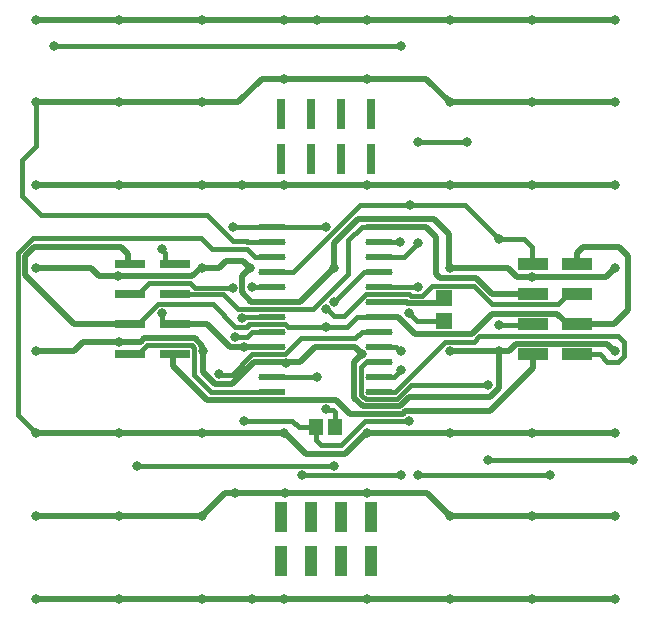
<source format=gbr>
%TF.GenerationSoftware,Altium Limited,Altium Designer,21.6.1 (37)*%
G04 Layer_Physical_Order=2*
G04 Layer_Color=16711680*
%FSLAX43Y43*%
%MOMM*%
%TF.SameCoordinates,0B018110-BEA4-4537-A367-E08E1C829F5E*%
%TF.FilePolarity,Positive*%
%TF.FileFunction,Copper,L2,Bot,Signal*%
%TF.Part,Single*%
G01*
G75*
%TA.AperFunction,Conductor*%
%ADD11C,0.508*%
%ADD12C,0.381*%
%TA.AperFunction,ViaPad*%
%ADD13C,0.800*%
%TA.AperFunction,SMDPad,CuDef*%
%ADD14R,0.800X2.500*%
%ADD15R,2.500X0.800*%
G04:AMPARAMS|DCode=16|XSize=2.298mm|YSize=0.567mm|CornerRadius=0.283mm|HoleSize=0mm|Usage=FLASHONLY|Rotation=0.000|XOffset=0mm|YOffset=0mm|HoleType=Round|Shape=RoundedRectangle|*
%AMROUNDEDRECTD16*
21,1,2.298,0.000,0,0,0.0*
21,1,1.731,0.567,0,0,0.0*
1,1,0.567,0.865,0.000*
1,1,0.567,-0.865,0.000*
1,1,0.567,-0.865,0.000*
1,1,0.567,0.865,0.000*
%
%ADD16ROUNDEDRECTD16*%
%ADD17R,2.298X0.567*%
%ADD18R,1.000X2.500*%
%ADD19R,2.500X1.000*%
%ADD20R,1.300X1.450*%
%ADD21R,1.450X1.350*%
D11*
X17121Y22194D02*
Y24000D01*
Y22194D02*
X18133Y21182D01*
X19604D01*
X12104Y25025D02*
X16427D01*
X17065Y24079D02*
Y24387D01*
X16427Y25025D02*
X17065Y24387D01*
X14444Y23690D02*
X14590Y23544D01*
Y22677D02*
Y23544D01*
Y22677D02*
X17440Y19828D01*
X14296Y23690D02*
X14444D01*
X17440Y19828D02*
X28399D01*
X29588Y18639D01*
X34264Y18846D02*
X41426D01*
X45080Y22500D02*
Y23690D01*
X41426Y18846D02*
X45080Y22500D01*
X19604Y21182D02*
X21477Y23055D01*
X2040Y30408D02*
Y32012D01*
X6218Y26230D02*
X10760D01*
X2040Y30408D02*
X6218Y26230D01*
X16227Y30306D02*
X16921Y31000D01*
X9956Y30306D02*
X16227D01*
X16921Y31000D02*
X17000D01*
X18489D02*
X19110Y31621D01*
X20538D02*
X21145Y31013D01*
X19110Y31621D02*
X20538D01*
X17000Y31000D02*
X18489D01*
X10029Y24759D02*
X11839D01*
X6939D02*
X10029D01*
X11839D02*
X12104Y25025D01*
X10000Y38000D02*
X31000D01*
X21216Y28145D02*
X22962D01*
X20445Y28917D02*
Y30296D01*
Y28917D02*
X21216Y28145D01*
X20445Y30296D02*
X21145Y30997D01*
Y31013D01*
X34558Y20070D02*
X41389D01*
X42172Y20854D01*
Y24000D01*
X29944Y23011D02*
X30623Y23690D01*
X29944Y20010D02*
Y23011D01*
X29988Y24325D02*
X30623Y23690D01*
X25306Y23020D02*
X26611Y24325D01*
X29988D01*
X33785Y19297D02*
X34558Y20070D01*
X42172Y24000D02*
X43069D01*
X38000D02*
X42172D01*
X34057Y18639D02*
X34264Y18846D01*
X29588Y18639D02*
X34057D01*
X30658Y19297D02*
X33785D01*
X29944Y20010D02*
X30658Y19297D01*
X24194Y23020D02*
X25306D01*
X35047Y25421D02*
X39883D01*
X41596Y27134D01*
X47126D01*
X48030Y26230D02*
X48780D01*
X32028Y26865D02*
X33603D01*
X35047Y25421D01*
X47126Y27134D02*
X48030Y26230D01*
X48780D02*
X51884D01*
X34333Y28135D02*
X34466Y28002D01*
X32028Y28135D02*
X34333D01*
X34466Y28002D02*
X37002D01*
X37450Y28450D02*
X37500D01*
X37002Y28002D02*
X37450Y28450D01*
X38000Y17000D02*
X45000D01*
X30921D02*
X38000D01*
X29169Y15248D02*
X30921Y17000D01*
X36838Y30488D02*
Y33635D01*
Y30488D02*
X37176Y30150D01*
X40224D01*
X35988Y34485D02*
X36838Y33635D01*
X36002Y46998D02*
X38000Y45000D01*
X32028Y34485D02*
X35988D01*
X37992Y31008D02*
Y33827D01*
X30273Y35172D02*
X36647D01*
X37992Y33827D01*
Y31008D02*
X38000Y31000D01*
X24006Y23044D02*
X24086Y22964D01*
X22983Y23044D02*
X24006D01*
X24086Y22964D02*
X24165D01*
X22975Y23052D02*
X22983Y23044D01*
X21477Y23055D02*
X22972D01*
X19381Y24325D02*
X20599D01*
X17476Y26230D02*
X19381Y24325D01*
X20599D02*
X22972D01*
X13890Y26230D02*
X17476D01*
X25831Y15248D02*
X29169D01*
X24079Y17000D02*
X25831Y15248D01*
X28240Y31035D02*
Y33140D01*
X30273Y35172D01*
X25379Y28135D02*
X28240Y30996D01*
X22972Y28135D02*
X25379D01*
X38000Y38000D02*
X45000D01*
X52000D01*
X31000D02*
X38000D01*
X40224Y30150D02*
X41604Y28770D01*
X45080D01*
X30994Y47000D02*
X30996Y46998D01*
X23993Y47000D02*
X30994D01*
X22087Y47001D02*
X23991D01*
X30996Y46998D02*
X36002D01*
X23991Y47001D02*
X23993Y47000D01*
X21264Y3000D02*
X24000D01*
X17000D02*
X21264D01*
X19800Y11966D02*
X24038D01*
X18966D02*
X19800D01*
X3000Y31000D02*
X7624D01*
X2802Y32774D02*
X10168D01*
X2040Y32012D02*
X2802Y32774D01*
X22962Y28145D02*
X22972Y28135D01*
X24000Y52000D02*
X31000D01*
X51884Y26230D02*
X53094Y27440D01*
X17000Y17000D02*
X24079D01*
X8318Y30306D02*
X9956D01*
X51921Y24000D02*
X52000D01*
X43069D02*
X43663Y24594D01*
X51327D02*
X51921Y24000D01*
X43663Y24594D02*
X51327D01*
X7624Y31000D02*
X8318Y30306D01*
X20086Y45000D02*
X22087Y47001D01*
X24038Y11946D02*
X30996D01*
X36054D01*
X38000Y10000D01*
X17000D02*
X18966Y11966D01*
X10000Y10000D02*
X17000D01*
X49284Y32774D02*
X52332D01*
X53094Y32012D01*
X48784Y32274D02*
X49284Y32774D01*
X10168D02*
X10755Y32187D01*
Y31315D02*
Y32187D01*
X53094Y27440D02*
Y32012D01*
X48784Y31314D02*
Y32274D01*
X48780Y31310D02*
X48784Y31314D01*
X38000Y45000D02*
X45000D01*
X10000D02*
X17000D01*
X20086D01*
X45135Y30260D02*
X51260D01*
X43670D02*
X45000D01*
X51260D02*
X52000Y31000D01*
X38000D02*
X42930D01*
X3000Y45000D02*
X10000D01*
X3000Y38000D02*
X10000D01*
X6180Y24000D02*
X6939Y24759D01*
X3000Y24000D02*
X6180D01*
X45000Y45000D02*
X52000D01*
X42930Y31000D02*
X43670Y30260D01*
X31000Y52000D02*
X38000D01*
X45000D01*
X17000D02*
X24000D01*
X10000D02*
X17000D01*
X3000D02*
X10000D01*
X45000D02*
X52000D01*
X38000Y10000D02*
X45000D01*
X52000D01*
X45000Y3000D02*
X52000D01*
X38000D02*
X45000D01*
X31000D02*
X38000D01*
X24000D02*
X31000D01*
X10000D02*
X17000D01*
X3000D02*
X10000D01*
X3000Y10000D02*
X10000D01*
X45000Y17000D02*
X52000D01*
X10000D02*
X17000D01*
X3000D02*
X10000D01*
D12*
X19544Y21963D02*
X21282Y23701D01*
X18500Y21986D02*
X18523Y21963D01*
X19544D01*
X16381Y21928D02*
Y24231D01*
Y21928D02*
X17813Y20496D01*
X12351Y24431D02*
X16181D01*
X16381Y24231D01*
X27546Y18978D02*
X28102D01*
X27500Y19024D02*
X27546Y18978D01*
X28325Y17500D02*
Y18755D01*
X28102Y18978D02*
X28325Y18755D01*
X21273Y20515D02*
X22972D01*
X21253Y20496D02*
X21273Y20515D01*
X17813Y20496D02*
X21253D01*
X16993Y33536D02*
X17905Y32624D01*
X1446Y32258D02*
X2723Y33536D01*
X16993D01*
X11610Y28770D02*
X12551Y29711D01*
X16056D02*
X16454Y29313D01*
X12551Y29711D02*
X16056D01*
X16454Y29313D02*
X19641D01*
X22968Y29409D02*
X22972Y29405D01*
X21285Y29409D02*
X22968D01*
X21281Y29413D02*
X21285Y29409D01*
X20052Y27511D02*
X26464D01*
X18793Y28770D02*
X20052Y27511D01*
X13890Y28770D02*
X18793D01*
X19663Y34485D02*
X22972D01*
X20403Y26771D02*
X20462Y26829D01*
X22936D01*
X26464Y27511D02*
X29396Y30443D01*
X22936Y26829D02*
X22972Y26865D01*
X41271Y14740D02*
X53500D01*
X35352Y13470D02*
X46468D01*
X46490Y13491D01*
X30954Y23019D02*
X31992D01*
X32028Y23055D01*
X30539Y22604D02*
X30954Y23019D01*
X30539Y20257D02*
Y22604D01*
Y20257D02*
X30904Y19891D01*
X25420Y25025D02*
X29980D01*
X24096Y23701D02*
X25420Y25025D01*
X29980D02*
X30550Y25595D01*
X30801Y18042D02*
X34597D01*
X36513Y23611D02*
X37637Y24734D01*
Y24740D01*
X33371Y20479D02*
X36503Y23611D01*
X36513D01*
X33538Y19891D02*
X34737Y21090D01*
X41271D01*
X32028Y20515D02*
X32064Y20479D01*
X33371D01*
X37637Y24740D02*
X40043D01*
X30904Y19891D02*
X33538D01*
X33334Y21792D02*
X33857Y22315D01*
X32028Y21785D02*
X32035Y21792D01*
X33334D01*
X28769Y16010D02*
X30801Y18042D01*
X26739Y21765D02*
X26760Y21745D01*
X22992Y21765D02*
X26739D01*
X22972Y21785D02*
X22992Y21765D01*
X40043Y24740D02*
X40491Y25188D01*
X52741Y23553D02*
Y24740D01*
X40491Y25188D02*
X52292D01*
X52741Y24740D01*
X52242Y23055D02*
X52741Y23553D01*
X51338Y23055D02*
X52242D01*
X42172Y26170D02*
X42202Y26200D01*
X41604Y27930D02*
X47189D01*
X40068Y29465D02*
X41604Y27930D01*
X42202Y26200D02*
X45050D01*
X34550Y28759D02*
X34713Y28596D01*
X34587Y27186D02*
X34589D01*
X32028Y29405D02*
X32062Y29371D01*
X35644Y28596D02*
X36513Y29465D01*
X29064Y26919D02*
X30904Y28759D01*
X33744Y24000D02*
X33857D01*
X34713Y28596D02*
X35644D01*
X32062Y29371D02*
X35303D01*
X35337Y29337D01*
X34589Y27186D02*
X35275Y26500D01*
X30904Y28759D02*
X34550D01*
X35275Y26500D02*
X37500D01*
X32028Y24325D02*
X32064Y24289D01*
X33454D02*
X33744Y24000D01*
X32064Y24289D02*
X33454D01*
X32028Y33215D02*
X33846D01*
X36513Y29465D02*
X40068D01*
X34157Y31945D02*
X35352Y33140D01*
X32028Y31945D02*
X34157D01*
X35314Y41664D02*
X39500D01*
X34587Y36330D02*
X34611Y36305D01*
X34636Y36330D02*
X39302D01*
X30420D02*
X34587D01*
X34611Y36305D02*
X34636Y36330D01*
X25500Y13491D02*
X25521Y13470D01*
X33857D01*
X30550Y25595D02*
X32028D01*
X21282Y23701D02*
X24096D01*
X27500Y26030D02*
X29332D01*
X30167Y26865D01*
X24285Y26030D02*
X27500D01*
X30167Y26865D02*
X32028D01*
X20823Y25154D02*
X21264Y25595D01*
X19800Y25154D02*
X20823D01*
X21264Y25595D02*
X22972D01*
X17949Y27948D02*
X19867Y26030D01*
X20847D01*
X13328Y27948D02*
X17949D01*
X20847Y26030D02*
X21036Y26219D01*
X28240Y28146D02*
X30742Y30648D01*
X32001D01*
X32028Y30675D01*
X11500Y14232D02*
X28240D01*
X29396Y30443D02*
Y33329D01*
X24765Y30675D02*
X28319Y34229D01*
X22972Y30675D02*
X24765D01*
X28319Y34229D02*
Y34229D01*
X30420Y36330D01*
X22972Y34485D02*
X27500D01*
X29396Y33329D02*
X30552Y34485D01*
X39302Y36330D02*
X42172Y33460D01*
X4500Y49792D02*
X33857D01*
X28194Y26919D02*
X29064D01*
X27613Y27500D02*
X28194Y26919D01*
X27500Y27500D02*
X27613D01*
X21036Y26219D02*
X24096D01*
X24285Y26030D01*
X17905Y32624D02*
X20832D01*
X21511Y31945D01*
X20872Y33215D02*
X22972D01*
X20848Y33239D02*
X20872Y33215D01*
X19699Y33239D02*
X20848D01*
X21511Y31945D02*
X22972D01*
X1446Y18555D02*
X3000Y17000D01*
X17484Y35454D02*
X19699Y33239D01*
X1446Y18555D02*
Y32258D01*
X11610Y26230D02*
X13328Y27948D01*
X13615Y26440D02*
Y27186D01*
X13824Y26230D02*
X13890D01*
X13615Y26440D02*
X13824Y26230D01*
X1786Y37092D02*
X3424Y35454D01*
X1786Y40140D02*
X3000Y41354D01*
X1786Y37092D02*
Y40140D01*
X3424Y35454D02*
X17484D01*
X3000Y41354D02*
Y45000D01*
X27080Y16010D02*
X28769D01*
X26683Y16407D02*
X27080Y16010D01*
X26683Y16407D02*
Y17492D01*
X26675Y17500D02*
X26683Y17492D01*
X50703Y23690D02*
X51338Y23055D01*
X30552Y34485D02*
X32028D01*
X25238Y17500D02*
X26675D01*
X20582Y18042D02*
X24696D01*
X25238Y17500D01*
X45050Y26200D02*
X45080Y26230D01*
X44314Y33460D02*
X45000Y32774D01*
X42172Y33460D02*
X44314D01*
X45000Y31390D02*
Y32774D01*
Y31390D02*
X45080Y31310D01*
X10760Y26230D02*
X11610D01*
X13890Y31310D02*
Y32235D01*
X13615Y32511D02*
X13890Y32235D01*
X13615Y32511D02*
Y32624D01*
X48780Y23690D02*
X50703D01*
X47189Y27930D02*
X48030Y28770D01*
X48780D01*
X10760D02*
X11610D01*
Y23690D02*
X12351Y24431D01*
X10760Y23690D02*
X11610D01*
D13*
X18500Y21986D02*
D03*
X17121Y24000D02*
D03*
X27500Y19024D02*
D03*
X17000Y31000D02*
D03*
X20462Y38000D02*
D03*
X19641Y29313D02*
D03*
X21281Y29413D02*
D03*
X21145Y31013D02*
D03*
X19663Y34485D02*
D03*
X20403Y26771D02*
D03*
X53500Y14740D02*
D03*
X41271D02*
D03*
Y21090D02*
D03*
X30623Y23690D02*
D03*
X34597Y18042D02*
D03*
X38000Y24000D02*
D03*
X33857Y22315D02*
D03*
X26760Y21745D02*
D03*
X42172Y26170D02*
D03*
Y24000D02*
D03*
X35337Y29337D02*
D03*
X33857Y24000D02*
D03*
X34587Y27186D02*
D03*
X46490Y13491D02*
D03*
X38000Y17000D02*
D03*
X35352Y13470D02*
D03*
X33846Y33215D02*
D03*
X35352Y33140D02*
D03*
X38000Y38000D02*
D03*
Y45000D02*
D03*
Y52000D02*
D03*
X39500Y41664D02*
D03*
X35314D02*
D03*
X34611Y36305D02*
D03*
X25500Y13491D02*
D03*
X33857Y13470D02*
D03*
X24165Y22964D02*
D03*
X20599Y24325D02*
D03*
X19800Y25154D02*
D03*
X11500Y14232D02*
D03*
X28240D02*
D03*
Y28146D02*
D03*
Y30996D02*
D03*
X27500Y34485D02*
D03*
X45000Y38000D02*
D03*
X42172Y33460D02*
D03*
X31000Y38000D02*
D03*
X30996Y46998D02*
D03*
X4500Y49792D02*
D03*
X33857D02*
D03*
X21264Y3000D02*
D03*
X27500Y27500D02*
D03*
X19800Y11966D02*
D03*
X27500Y26030D02*
D03*
X3000Y31000D02*
D03*
X13615Y27186D02*
D03*
X26800Y52011D02*
D03*
X31000Y17000D02*
D03*
X20582Y18042D02*
D03*
X24000Y17000D02*
D03*
X13615Y32624D02*
D03*
X52000Y24000D02*
D03*
X38000Y31000D02*
D03*
X23991Y47001D02*
D03*
X24038Y11946D02*
D03*
X30996D02*
D03*
X9956Y30306D02*
D03*
X10029Y24759D02*
D03*
X45000Y30260D02*
D03*
X3000Y52000D02*
D03*
Y45000D02*
D03*
Y38000D02*
D03*
Y24000D02*
D03*
Y17000D02*
D03*
Y10000D02*
D03*
X52000D02*
D03*
X38000D02*
D03*
X17000D02*
D03*
X10000D02*
D03*
X45000D02*
D03*
X52000Y3000D02*
D03*
X38000D02*
D03*
X31000D02*
D03*
X24000D02*
D03*
X17000D02*
D03*
X10000D02*
D03*
X3000D02*
D03*
X45000D02*
D03*
X52000Y17000D02*
D03*
X17000D02*
D03*
X10000D02*
D03*
X45000D02*
D03*
X52000Y31000D02*
D03*
Y38000D02*
D03*
X24000D02*
D03*
X17000D02*
D03*
X10000D02*
D03*
X45000Y45000D02*
D03*
X10000D02*
D03*
X17000D02*
D03*
X52000D02*
D03*
Y52000D02*
D03*
X45000D02*
D03*
X31000D02*
D03*
X24000D02*
D03*
X17000D02*
D03*
X10000D02*
D03*
D14*
X31310Y40210D02*
D03*
X28770D02*
D03*
X31310Y44040D02*
D03*
X28770D02*
D03*
X26230Y40210D02*
D03*
X23690D02*
D03*
X26230Y44040D02*
D03*
X23690D02*
D03*
D15*
X10960Y23690D02*
D03*
Y26230D02*
D03*
X14790Y23690D02*
D03*
Y26230D02*
D03*
X10960Y28770D02*
D03*
Y31310D02*
D03*
X14790Y28770D02*
D03*
Y31310D02*
D03*
D16*
X32028Y20515D02*
D03*
Y21785D02*
D03*
Y23055D02*
D03*
Y24325D02*
D03*
Y25595D02*
D03*
Y26865D02*
D03*
Y28135D02*
D03*
Y29405D02*
D03*
Y30675D02*
D03*
Y31945D02*
D03*
Y33215D02*
D03*
Y34485D02*
D03*
X22972D02*
D03*
Y33215D02*
D03*
Y31945D02*
D03*
Y30675D02*
D03*
Y29405D02*
D03*
Y28135D02*
D03*
Y26865D02*
D03*
Y25595D02*
D03*
Y24325D02*
D03*
Y23055D02*
D03*
Y21785D02*
D03*
D17*
Y20515D02*
D03*
D18*
X31310Y9920D02*
D03*
X28770D02*
D03*
X31310Y6220D02*
D03*
X28770D02*
D03*
X23690D02*
D03*
Y9920D02*
D03*
X26230Y6220D02*
D03*
Y9920D02*
D03*
D19*
X45080Y26230D02*
D03*
X48780D02*
D03*
X45080Y23690D02*
D03*
X48780D02*
D03*
Y28770D02*
D03*
Y31310D02*
D03*
X45080Y28770D02*
D03*
Y31310D02*
D03*
D20*
X28325Y17500D02*
D03*
X26675D02*
D03*
D21*
X37500Y26500D02*
D03*
Y28450D02*
D03*
%TF.MD5,44a1d57977081a42503ada86df9c9bdf*%
M02*

</source>
